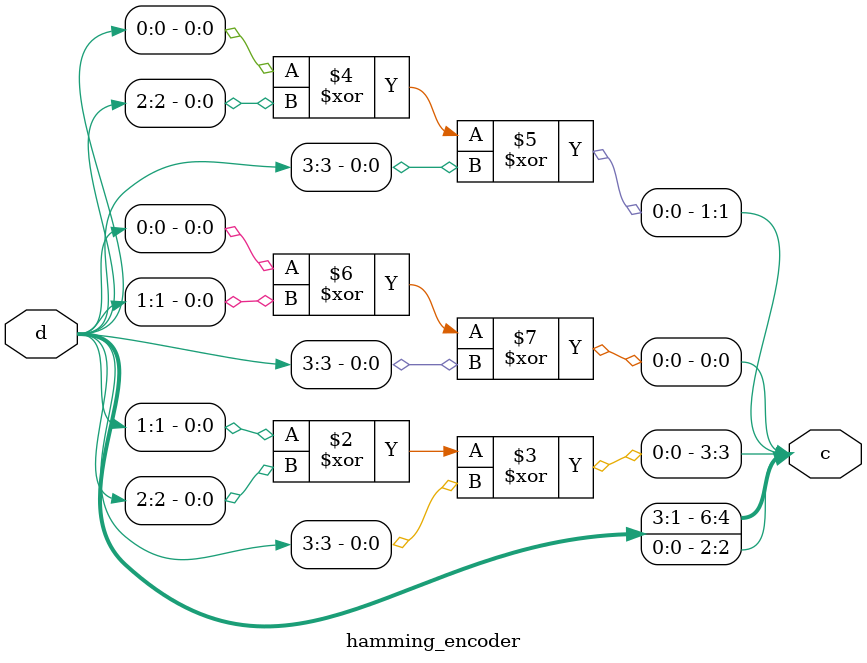
<source format=v>
module hamming_encoder(d,c);
    input[3:0] d;
    output reg[6:0] c;
    always @(*)
        begin
            c[6] = d[3];
            c[5] = d[2];
            c[4] = d[1];
            c[3] = d[1]^d[2]^d[3];
            c[2] = d[0];
            c[1] = d[0]^d[2]^d[3];
            c[0] = d[0]^d[1]^d[3];
        end
endmodule
</source>
